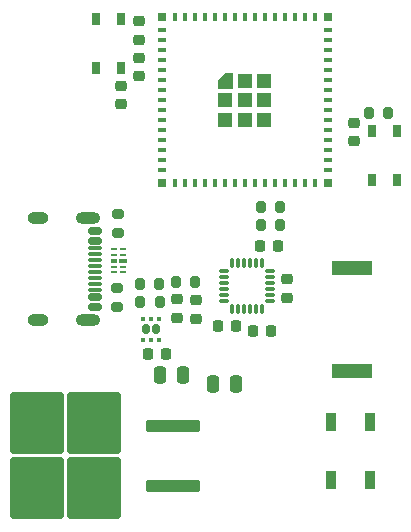
<source format=gbr>
%TF.GenerationSoftware,KiCad,Pcbnew,8.0.5*%
%TF.CreationDate,2024-10-08T22:01:25+02:00*%
%TF.ProjectId,ESP32_Controller,45535033-325f-4436-9f6e-74726f6c6c65,rev?*%
%TF.SameCoordinates,Original*%
%TF.FileFunction,Paste,Top*%
%TF.FilePolarity,Positive*%
%FSLAX46Y46*%
G04 Gerber Fmt 4.6, Leading zero omitted, Abs format (unit mm)*
G04 Created by KiCad (PCBNEW 8.0.5) date 2024-10-08 22:01:25*
%MOMM*%
%LPD*%
G01*
G04 APERTURE LIST*
G04 Aperture macros list*
%AMRoundRect*
0 Rectangle with rounded corners*
0 $1 Rounding radius*
0 $2 $3 $4 $5 $6 $7 $8 $9 X,Y pos of 4 corners*
0 Add a 4 corners polygon primitive as box body*
4,1,4,$2,$3,$4,$5,$6,$7,$8,$9,$2,$3,0*
0 Add four circle primitives for the rounded corners*
1,1,$1+$1,$2,$3*
1,1,$1+$1,$4,$5*
1,1,$1+$1,$6,$7*
1,1,$1+$1,$8,$9*
0 Add four rect primitives between the rounded corners*
20,1,$1+$1,$2,$3,$4,$5,0*
20,1,$1+$1,$4,$5,$6,$7,0*
20,1,$1+$1,$6,$7,$8,$9,0*
20,1,$1+$1,$8,$9,$2,$3,0*%
G04 Aperture macros list end*
%ADD10C,0.010000*%
%ADD11R,0.800000X0.800000*%
%ADD12R,1.200000X1.200000*%
%ADD13R,0.400000X0.800000*%
%ADD14R,0.800000X0.400000*%
%ADD15R,0.650000X1.050000*%
%ADD16RoundRect,0.250000X2.050000X0.300000X-2.050000X0.300000X-2.050000X-0.300000X2.050000X-0.300000X0*%
%ADD17RoundRect,0.250000X2.025000X2.375000X-2.025000X2.375000X-2.025000X-2.375000X2.025000X-2.375000X0*%
%ADD18R,0.625000X0.250000*%
%ADD19R,0.700000X0.450000*%
%ADD20R,0.575000X0.450000*%
%ADD21RoundRect,0.075000X-0.350000X-0.075000X0.350000X-0.075000X0.350000X0.075000X-0.350000X0.075000X0*%
%ADD22RoundRect,0.075000X0.075000X-0.350000X0.075000X0.350000X-0.075000X0.350000X-0.075000X-0.350000X0*%
%ADD23RoundRect,0.160000X-0.160000X0.245000X-0.160000X-0.245000X0.160000X-0.245000X0.160000X0.245000X0*%
%ADD24RoundRect,0.093750X-0.106250X0.093750X-0.106250X-0.093750X0.106250X-0.093750X0.106250X0.093750X0*%
%ADD25RoundRect,0.200000X0.200000X0.275000X-0.200000X0.275000X-0.200000X-0.275000X0.200000X-0.275000X0*%
%ADD26RoundRect,0.200000X-0.200000X-0.275000X0.200000X-0.275000X0.200000X0.275000X-0.200000X0.275000X0*%
%ADD27RoundRect,0.200000X-0.275000X0.200000X-0.275000X-0.200000X0.275000X-0.200000X0.275000X0.200000X0*%
%ADD28RoundRect,0.200000X0.275000X-0.200000X0.275000X0.200000X-0.275000X0.200000X-0.275000X-0.200000X0*%
%ADD29RoundRect,0.150000X-0.425000X0.150000X-0.425000X-0.150000X0.425000X-0.150000X0.425000X0.150000X0*%
%ADD30RoundRect,0.075000X-0.500000X0.075000X-0.500000X-0.075000X0.500000X-0.075000X0.500000X0.075000X0*%
%ADD31O,2.100000X1.000000*%
%ADD32O,1.800000X1.000000*%
%ADD33RoundRect,0.218750X0.256250X-0.218750X0.256250X0.218750X-0.256250X0.218750X-0.256250X-0.218750X0*%
%ADD34RoundRect,0.225000X-0.250000X0.225000X-0.250000X-0.225000X0.250000X-0.225000X0.250000X0.225000X0*%
%ADD35RoundRect,0.225000X0.250000X-0.225000X0.250000X0.225000X-0.250000X0.225000X-0.250000X-0.225000X0*%
%ADD36RoundRect,0.250000X-0.250000X-0.475000X0.250000X-0.475000X0.250000X0.475000X-0.250000X0.475000X0*%
%ADD37RoundRect,0.225000X-0.225000X-0.250000X0.225000X-0.250000X0.225000X0.250000X-0.225000X0.250000X0*%
%ADD38RoundRect,0.225000X0.225000X0.250000X-0.225000X0.250000X-0.225000X-0.250000X0.225000X-0.250000X0*%
%ADD39R,3.400000X1.300000*%
%ADD40R,0.900000X1.500000*%
G04 APERTURE END LIST*
D10*
%TO.C,U5*%
X95330000Y-72740000D02*
X94130000Y-72740000D01*
X94130000Y-72140000D01*
X94730000Y-71540000D01*
X95330000Y-71540000D01*
X95330000Y-72740000D01*
G36*
X95330000Y-72740000D02*
G01*
X94130000Y-72740000D01*
X94130000Y-72140000D01*
X94730000Y-71540000D01*
X95330000Y-71540000D01*
X95330000Y-72740000D01*
G37*
%TD*%
D11*
%TO.C,U5*%
X103380000Y-66790000D03*
X103380000Y-80790000D03*
X89380000Y-80790000D03*
X89380000Y-66790000D03*
D12*
X94730000Y-73790000D03*
X94730000Y-75440000D03*
X96380000Y-75440000D03*
X98030000Y-75440000D03*
X98030000Y-73790000D03*
X98030000Y-72140000D03*
X96380000Y-72140000D03*
X96380000Y-73790000D03*
D13*
X90430000Y-66790000D03*
X91280000Y-66790000D03*
X92130000Y-66790000D03*
X92980000Y-66790000D03*
X93830000Y-66790000D03*
X94680000Y-66790000D03*
X95530000Y-66790000D03*
X96380000Y-66790000D03*
X97230000Y-66790000D03*
X98080000Y-66790000D03*
X98930000Y-66790000D03*
X99780000Y-66790000D03*
X100630000Y-66790000D03*
X101480000Y-66790000D03*
X102330000Y-66790000D03*
D14*
X103380000Y-67840000D03*
X103380000Y-68690000D03*
X103380000Y-69540000D03*
X103380000Y-70390000D03*
X103380000Y-71240000D03*
X103380000Y-72090000D03*
X103380000Y-72940000D03*
X103380000Y-73790000D03*
X103380000Y-74640000D03*
X103380000Y-75490000D03*
X103380000Y-76340000D03*
X103380000Y-77190000D03*
X103380000Y-78040000D03*
X103380000Y-78890000D03*
X103380000Y-79740000D03*
D13*
X102330000Y-80790000D03*
X101480000Y-80790000D03*
X100630000Y-80790000D03*
X99780000Y-80790000D03*
X98930000Y-80790000D03*
X98080000Y-80790000D03*
X97230000Y-80790000D03*
X96380000Y-80790000D03*
X95530000Y-80790000D03*
X94680000Y-80790000D03*
X93830000Y-80790000D03*
X92980000Y-80790000D03*
X92130000Y-80790000D03*
X91280000Y-80790000D03*
X90430000Y-80790000D03*
D14*
X89380000Y-79740000D03*
X89380000Y-78890000D03*
X89380000Y-78040000D03*
X89380000Y-77190000D03*
X89380000Y-76340000D03*
X89380000Y-75490000D03*
X89380000Y-74640000D03*
X89380000Y-73790000D03*
X89380000Y-72940000D03*
X89380000Y-72090000D03*
X89380000Y-71240000D03*
X89380000Y-70390000D03*
X89380000Y-69540000D03*
X89380000Y-68690000D03*
X89380000Y-67840000D03*
%TD*%
D15*
%TO.C,RESET1*%
X109285000Y-76395000D03*
X109285000Y-80545000D03*
X107135000Y-76395000D03*
X107135000Y-80545000D03*
%TD*%
%TO.C,BOOT1*%
X83755000Y-71065000D03*
X83755000Y-66915000D03*
X85905000Y-71065000D03*
X85905000Y-66915000D03*
%TD*%
D16*
%TO.C,U4*%
X90330000Y-101350000D03*
D17*
X78755000Y-101115000D03*
X78755000Y-106665000D03*
X83605000Y-101115000D03*
X83605000Y-106665000D03*
D16*
X90330000Y-106430000D03*
%TD*%
D18*
%TO.C,U3*%
X86080000Y-88390000D03*
X86079999Y-87890000D03*
D19*
X86042499Y-87390000D03*
D18*
X86079999Y-86890000D03*
X86080000Y-86390000D03*
X85305000Y-86390000D03*
X85305001Y-86890000D03*
D20*
X85279999Y-87390000D03*
D18*
X85305001Y-87890000D03*
X85305000Y-88390000D03*
%TD*%
D21*
%TO.C,U2*%
X94600000Y-88300000D03*
X94600000Y-88800000D03*
X94600000Y-89300000D03*
X94600000Y-89800000D03*
X94600000Y-90300000D03*
X94600000Y-90800000D03*
D22*
X95300000Y-91500000D03*
X95800000Y-91500000D03*
X96300000Y-91500000D03*
X96800000Y-91500000D03*
X97300000Y-91500000D03*
X97800000Y-91500000D03*
D21*
X98500000Y-90800000D03*
X98500000Y-90300000D03*
X98500000Y-89800000D03*
X98500000Y-89300000D03*
X98500000Y-88800000D03*
X98500000Y-88300000D03*
D22*
X97800000Y-87600000D03*
X97300000Y-87600000D03*
X96800000Y-87600000D03*
X96300000Y-87600000D03*
X95800000Y-87600000D03*
X95300000Y-87600000D03*
%TD*%
D23*
%TO.C,U1*%
X88850000Y-93207500D03*
X88050000Y-93207500D03*
D24*
X89100000Y-92320000D03*
X88450000Y-92320000D03*
X87800000Y-92320000D03*
X87800000Y-94095000D03*
X88450000Y-94095000D03*
X89100000Y-94095000D03*
%TD*%
D25*
%TO.C,R8*%
X99385000Y-84390000D03*
X97735000Y-84390000D03*
%TD*%
%TO.C,R7*%
X99385000Y-82820000D03*
X97735000Y-82820000D03*
%TD*%
%TO.C,R6*%
X108525000Y-74870000D03*
X106875000Y-74870000D03*
%TD*%
D26*
%TO.C,R5*%
X92175000Y-89207500D03*
X90525000Y-89207500D03*
%TD*%
D27*
%TO.C,R4*%
X85530000Y-89665000D03*
X85530000Y-91315000D03*
%TD*%
D26*
%TO.C,R3*%
X89125000Y-89357500D03*
X87475000Y-89357500D03*
%TD*%
D25*
%TO.C,R2*%
X87525000Y-90895000D03*
X89175000Y-90895000D03*
%TD*%
D28*
%TO.C,R1*%
X85680000Y-85090000D03*
X85680000Y-83440000D03*
%TD*%
D29*
%TO.C,J1*%
X83655000Y-84900000D03*
X83655000Y-85700000D03*
D30*
X83655000Y-86850000D03*
X83655000Y-87850000D03*
X83655000Y-88350000D03*
X83655000Y-89350000D03*
D29*
X83655000Y-90500000D03*
X83655000Y-91300000D03*
X83655000Y-91300000D03*
X83655000Y-90500000D03*
D30*
X83655000Y-89850000D03*
X83655000Y-88850000D03*
X83655000Y-87350000D03*
X83655000Y-86350000D03*
D29*
X83655000Y-85700000D03*
X83655000Y-84900000D03*
D31*
X83080000Y-83780000D03*
D32*
X78900000Y-83780000D03*
D31*
X83080000Y-92420000D03*
D32*
X78900000Y-92420000D03*
%TD*%
D33*
%TO.C,D1*%
X92250000Y-90719999D03*
X92250000Y-92295001D03*
%TD*%
D34*
%TO.C,C12*%
X87430000Y-70215000D03*
X87430000Y-71765000D03*
%TD*%
D35*
%TO.C,C11*%
X87430000Y-68665000D03*
X87430000Y-67115000D03*
%TD*%
D34*
%TO.C,C10*%
X105610000Y-75695000D03*
X105610000Y-77245000D03*
%TD*%
%TO.C,C9*%
X85920000Y-72565000D03*
X85920000Y-74115000D03*
%TD*%
D36*
%TO.C,C8*%
X91129999Y-97090000D03*
X89230001Y-97090000D03*
%TD*%
%TO.C,C7*%
X95609999Y-97840000D03*
X93710001Y-97840000D03*
%TD*%
D37*
%TO.C,C6*%
X97625000Y-86150000D03*
X99175000Y-86150000D03*
%TD*%
%TO.C,C5*%
X98625000Y-93320000D03*
X97075000Y-93320000D03*
%TD*%
D35*
%TO.C,C4*%
X90600000Y-90670000D03*
X90600000Y-92220000D03*
%TD*%
D38*
%TO.C,C3*%
X94075000Y-92950000D03*
X95625000Y-92950000D03*
%TD*%
D34*
%TO.C,C2*%
X99950000Y-88975000D03*
X99950000Y-90525000D03*
%TD*%
D37*
%TO.C,C1*%
X88155000Y-95290000D03*
X89705000Y-95290000D03*
%TD*%
D39*
%TO.C,BZ1*%
X105460000Y-96719999D03*
X105460000Y-88020001D03*
%TD*%
D40*
%TO.C,D2*%
X103680000Y-105970000D03*
X106980000Y-105970000D03*
X106980000Y-101070000D03*
X103680000Y-101070000D03*
%TD*%
M02*

</source>
